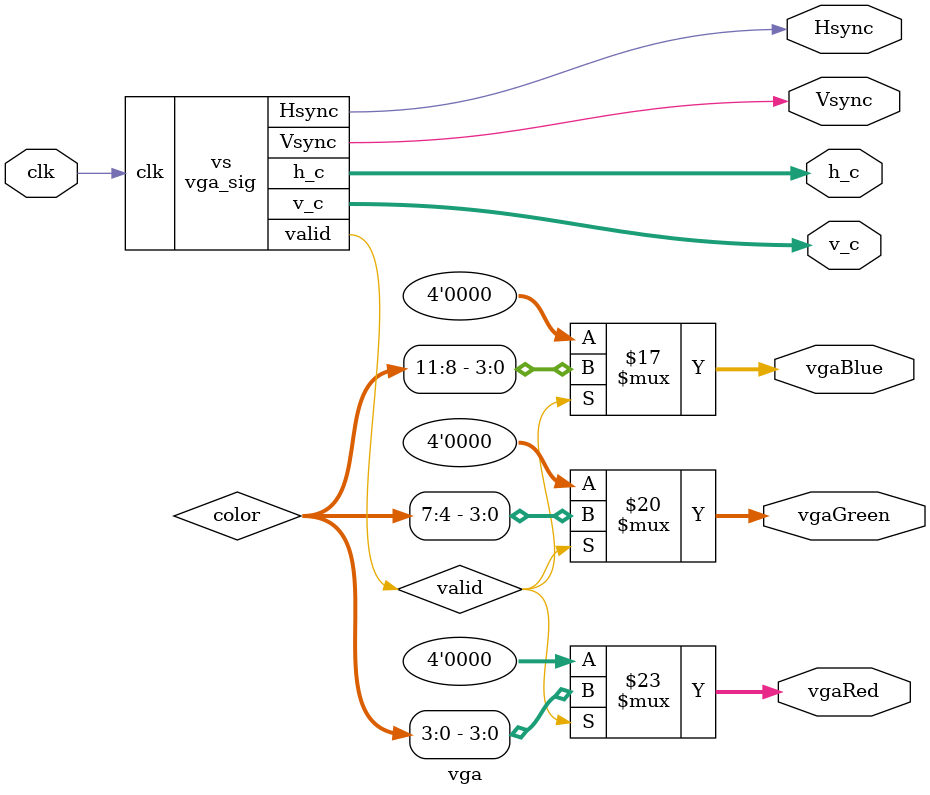
<source format=sv>
`timescale 1ns / 1ps

//    vga vgatest(vgaRed,vgaBlue,vgaGreen,Hsync,Vsync,sw,led,clk);
//endmodule :test



module vga_chip_test(
    output bit [3:0] vgaRed,
    output bit [3:0] vgaBlue,
    output bit [3:0] vgaGreen,
    output bit Hsync,
    output bit Vsync,
    //input bit [15:0] sw,
    //output bit [15:0] led,

    input bit clk
);
    bit [11:0] h_c;
    bit [11:0] v_c;
    vga v(
        .vgaRed(vgaRed),
        .vgaBlue(vgaBlue),
        .vgaGreen(vgaGreen),
        .Hsync(Hsync),
        .Vsync(Vsync),
        .h_c(h_c),
        .v_c(v_c),
        .clk(clk)
    );
endmodule

module vga_sig(
    output bit Hsync,
    output bit Vsync,
    output bit [7:0] h_c,
    output bit [7:0] v_c,
    output bit valid,
    output bit v_valid,
    output bit [7:0] ppu_y,
    input bit clk,
    input bit reset
);

    bit [11:0] h_counter;
    bit [11:0] v_counter; 
    
    //bit valid ;
    createHV chv(.clk(clk),.HS(Hsync),.VS(Vsync),.hcounter(h_counter),.vcounter(v_counter));
    
    always_comb begin
        h_c= 0;
        v_c= 0;
        valid= 0;
        v_valid = 0;
        
        if(v_counter >= 12'd31 && v_counter < 12'd511)begin
            v_valid = 1;
            ppu_y = (v_counter - 12'd31)/12'd2 + 1;
            if(h_counter >= 12'd576 && h_counter < 12'd3136) valid=1;
        end
        else begin
            ppu_y = 0;
        end
        
        //if(h_counter >= 12'd576 && h_counter < 12'd3136 && v_counter >= 12'd31 && v_counter < 12'd511)begin   
        //end
        
        if(valid)begin
            h_c = (h_counter - 12'd576)/12'd10; ////////////// problem
            v_c = (v_counter - 12'd31)/12'd2;
        end
    end
    
//    always_ff @(posedge clk)begin
//        if(~valid) h_c <= 0;
//        else begin
//            h_c <= (h_counter - 12'd576)/12'd10;
//            v_c = (v_counter - 12'd31)/12'd2;
//        end
//    end
    
endmodule

module vga(
    output bit [3:0] vgaRed,
    output bit [3:0] vgaBlue,
    output bit [3:0] vgaGreen,
    output bit Hsync,
    output bit Vsync,
    output bit [7:0] h_c,
    output bit [7:0] v_c,
    input bit clk
);
    
    //bit [11:0] h_c;
    //bit [11:0] v_c;
    bit valid;
    vga_sig vs(
        .Hsync(Hsync),
        .Vsync(Vsync),
        .h_c(h_c),
        .v_c(v_c),
        .valid(valid),
        .clk(clk)
    );

    
    
    bit [11:0] color;
    //IMG_BUFFER img(.addra(v_c*256+h_c),.douta(color),.ena(1),.clka(clk));
    always_comb begin
        vgaRed = 0;
        vgaGreen = 0;
        vgaBlue = 0;
        if(valid)begin
            vgaRed = color[3:0];
            vgaGreen = color[7:4];
            vgaBlue = color[11:8];
        end
    end 

endmodule

</source>
